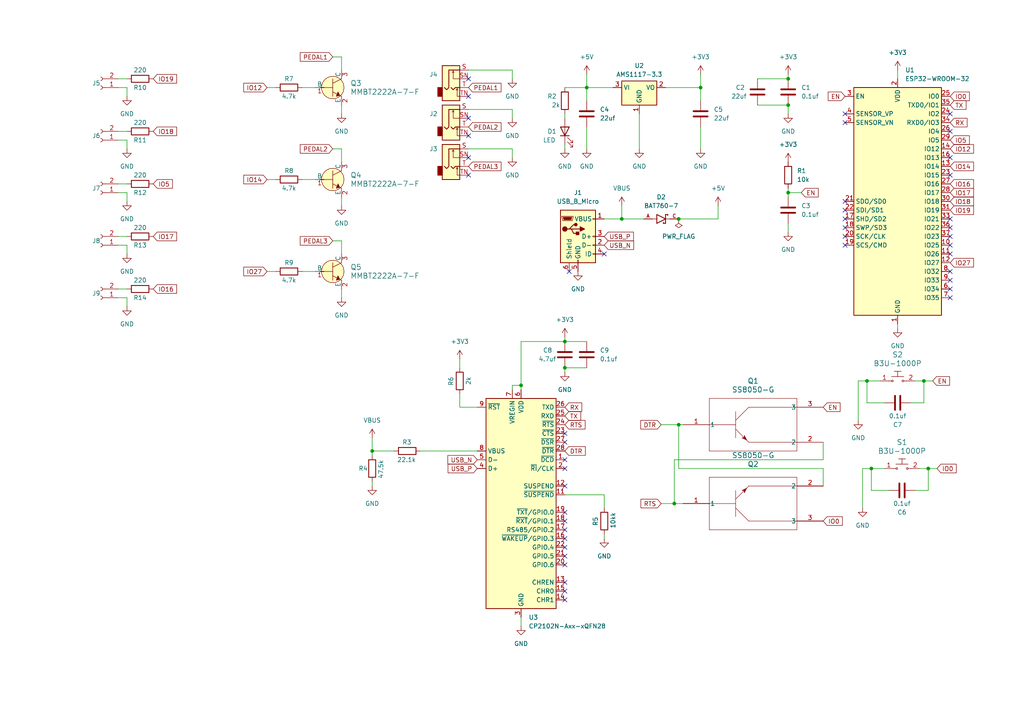
<source format=kicad_sch>
(kicad_sch (version 20230121) (generator eeschema)
  (paper "A4")
  (lib_symbols
    (symbol "2023-11-22_06-58-14:SS8050-G" (pin_names (offset 0.254))
      (property "Reference" "Q" (at 20.32 12.7 0))
      (property "Value" "SS8050-G" (at 20.32 10.16 0))
      (symbol "SS8050-G_0_1"
        (polyline (pts (xy 7.62 -7.62) (xy 33.02 -7.62)) (stroke (width 0.127)))
        (polyline (pts (xy 7.62 0) (xy 15.24 0)) (stroke (width 0.127)))
        (polyline (pts (xy 7.62 7.62) (xy 7.62 -7.62)) (stroke (width 0.127)))
        (polyline (pts (xy 15.24 -1.27) (xy 17.78 -3.81)) (stroke (width 0.127)))
        (polyline (pts (xy 15.24 1.27) (xy 19.05 5.08)) (stroke (width 0.127)))
        (polyline (pts (xy 15.24 3.81) (xy 15.24 -3.81)) (stroke (width 0.127)))
        (polyline (pts (xy 17.145 -3.81) (xy 18.415 -4.445)) (stroke (width 0.127)))
        (polyline (pts (xy 17.78 -3.81) (xy 17.145 -3.81)) (stroke (width 0.127)))
        (polyline (pts (xy 17.78 -3.175) (xy 17.78 -3.81)) (stroke (width 0.127)))
        (polyline (pts (xy 18.415 -4.445) (xy 17.78 -3.175)) (stroke (width 0.127)))
        (polyline (pts (xy 18.415 -4.445) (xy 19.05 -5.08)) (stroke (width 0.127)))
        (polyline (pts (xy 19.05 -5.08) (xy 33.02 -5.08)) (stroke (width 0.127)))
        (polyline (pts (xy 19.05 5.08) (xy 33.02 5.08)) (stroke (width 0.127)))
        (polyline (pts (xy 33.02 -7.62) (xy 33.02 7.62)) (stroke (width 0.127)))
        (polyline (pts (xy 33.02 7.62) (xy 7.62 7.62)) (stroke (width 0.127)))
        (polyline (pts (xy 17.145 -3.81) (xy 17.78 -3.81) (xy 17.78 -3.175) (xy 18.415 -4.445)) (fill (type outline)))
        (pin unspecified line (at 0 0 0) (length 7.62) (name "1") (number "1"))
        (pin unspecified line (at 40.64 -5.08 180) (length 7.62) (name "2") (number "2"))
        (pin unspecified line (at 40.64 5.08 180) (length 7.62) (name "3") (number "3"))
      )
    )
    (symbol "BAT760-7:BAT760-7" (pin_names (offset 1.016))
      (property "Reference" "D" (at -5.08 2.54 0))
      (property "Value" "BAT760-7" (at -5.08 -3.81 0))
      (symbol "BAT760-7_0_0"
        (polyline (pts (xy -2.54 0) (xy -1.27 0)) (stroke (width 0.1524)))
        (polyline (pts (xy -1.27 -1.27) (xy 1.27 0)) (stroke (width 0.254)))
        (polyline (pts (xy -1.27 0) (xy -1.27 -1.27)) (stroke (width 0.254)))
        (polyline (pts (xy -1.27 1.27) (xy -1.27 0)) (stroke (width 0.254)))
        (polyline (pts (xy 0.635 -1.016) (xy 0.635 -1.27)) (stroke (width 0.254)))
        (polyline (pts (xy 1.27 -1.27) (xy 0.635 -1.27)) (stroke (width 0.254)))
        (polyline (pts (xy 1.27 0) (xy -1.27 1.27)) (stroke (width 0.254)))
        (polyline (pts (xy 1.27 0) (xy 1.27 -1.27)) (stroke (width 0.254)))
        (polyline (pts (xy 1.27 1.27) (xy 1.27 0)) (stroke (width 0.254)))
        (polyline (pts (xy 1.905 1.27) (xy 1.27 1.27)) (stroke (width 0.254)))
        (polyline (pts (xy 1.905 1.27) (xy 1.905 1.016)) (stroke (width 0.254)))
        (polyline (pts (xy 2.54 0) (xy 1.27 0)) (stroke (width 0.1524)))
        (pin passive line (at -5.08 0 0) (length 2.54) (name "~") (number "A"))
        (pin passive line (at 5.08 0 180) (length 2.54) (name "~") (number "C"))
      )
    )
    (symbol "Connector:Conn_01x02_Socket" (pin_names (offset 1.016) hide)
      (property "Reference" "J" (at 0 2.54 0))
      (property "Value" "Conn_01x02_Socket" (at 0 -5.08 0))
      (symbol "Conn_01x02_Socket_1_1"
        (arc (start 0 -2.032) (mid -0.5058 -2.54) (end 0 -3.048) (stroke (width 0.1524)))
        (polyline (pts (xy -1.27 -2.54) (xy -0.508 -2.54)) (stroke (width 0.1524)))
        (polyline (pts (xy -1.27 0) (xy -0.508 0)) (stroke (width 0.1524)))
        (arc (start 0 0.508) (mid -0.5058 0) (end 0 -0.508) (stroke (width 0.1524)))
        (pin passive line (at -5.08 0 0) (length 3.81) (name "Pin_1") (number "1"))
        (pin passive line (at -5.08 -2.54 0) (length 3.81) (name "Pin_2") (number "2"))
      )
    )
    (symbol "Connector:USB_B_Micro" (pin_names (offset 1.016))
      (property "Reference" "J" (at -5.08 11.43 0))
      (property "Value" "USB_B_Micro" (at -5.08 8.89 0))
      (symbol "USB_B_Micro_0_1"
        (rectangle (start -5.08 -7.62) (end 5.08 7.62) (stroke (width 0.254)) (fill (type background)))
        (circle (center -3.81 2.159) (radius 0.635) (stroke (width 0.254)) (fill (type outline)))
        (circle (center -0.635 3.429) (radius 0.381) (stroke (width 0.254)) (fill (type outline)))
        (rectangle (start -0.127 -7.62) (end 0.127 -6.858))
        (polyline (pts (xy -1.905 2.159) (xy 0.635 2.159)) (stroke (width 0.254)))
        (polyline (pts (xy -3.175 2.159) (xy -2.54 2.159) (xy -1.27 3.429) (xy -0.635 3.429)) (stroke (width 0.254)))
        (polyline (pts (xy -2.54 2.159) (xy -1.905 2.159) (xy -1.27 0.889) (xy 0 0.889)) (stroke (width 0.254)))
        (polyline (pts (xy 0.635 2.794) (xy 0.635 1.524) (xy 1.905 2.159) (xy 0.635 2.794)) (stroke (width 0.254)) (fill (type outline)))
        (polyline (pts (xy -4.318 5.588) (xy -1.778 5.588) (xy -2.032 4.826) (xy -4.064 4.826) (xy -4.318 5.588)) (fill (type outline)))
        (polyline (pts (xy -4.699 5.842) (xy -4.699 5.588) (xy -4.445 4.826) (xy -4.445 4.572) (xy -1.651 4.572) (xy -1.651 4.826) (xy -1.397 5.588) (xy -1.397 5.842) (xy -4.699 5.842)))
        (rectangle (start 0.254 1.27) (end -0.508 0.508) (stroke (width 0.254)) (fill (type outline)))
        (rectangle (start 5.08 -5.207) (end 4.318 -4.953))
        (rectangle (start 5.08 -2.667) (end 4.318 -2.413))
        (rectangle (start 5.08 -0.127) (end 4.318 0.127))
        (rectangle (start 5.08 4.953) (end 4.318 5.207))
      )
      (symbol "USB_B_Micro_1_1"
        (pin power_out line (at 7.62 5.08 180) (length 2.54) (name "VBUS") (number "1"))
        (pin bidirectional line (at 7.62 -2.54 180) (length 2.54) (name "D-") (number "2"))
        (pin bidirectional line (at 7.62 0 180) (length 2.54) (name "D+") (number "3"))
        (pin passive line (at 7.62 -5.08 180) (length 2.54) (name "ID") (number "4"))
        (pin power_out line (at 0 -10.16 90) (length 2.54) (name "GND") (number "5"))
        (pin passive line (at -2.54 -10.16 90) (length 2.54) (name "Shield") (number "6"))
      )
    )
    (symbol "Connector_Audio:AudioJack2_Switch"
      (property "Reference" "J" (at 0 11.43 0))
      (property "Value" "AudioJack2_Switch" (at 0 8.89 0))
      (symbol "AudioJack2_Switch_0_1"
        (rectangle (start -2.54 0) (end -3.81 -2.54) (stroke (width 0.254)) (fill (type outline)))
        (rectangle (start 2.54 6.35) (end -2.54 -3.81) (stroke (width 0.254)) (fill (type background)))
      )
      (symbol "AudioJack2_Switch_1_1"
        (polyline (pts (xy 0.635 4.826) (xy 0.889 4.318)))
        (polyline (pts (xy 1.778 -0.254) (xy 2.032 -0.762)))
        (polyline (pts (xy 0 0) (xy 0.635 -0.635) (xy 1.27 0) (xy 2.54 0)) (stroke (width 0.254)))
        (polyline (pts (xy 2.54 -2.54) (xy 1.778 -2.54) (xy 1.778 -0.254) (xy 1.524 -0.762)))
        (polyline (pts (xy 2.54 2.54) (xy 0.635 2.54) (xy 0.635 4.826) (xy 0.381 4.318)))
        (polyline (pts (xy 2.54 5.08) (xy -0.635 5.08) (xy -0.635 0) (xy -1.27 -0.635) (xy -1.905 0)) (stroke (width 0.254)))
        (pin passive line (at 5.08 5.08 180) (length 2.54) (name "~") (number "S"))
        (pin passive line (at 5.08 2.54 180) (length 2.54) (name "~") (number "SN"))
        (pin passive line (at 5.08 0 180) (length 2.54) (name "~") (number "T"))
        (pin passive line (at 5.08 -2.54 180) (length 2.54) (name "~") (number "TN"))
      )
    )
    (symbol "Device:C" (pin_numbers hide) (pin_names (offset 0.254))
      (property "Reference" "C" (at 0.635 2.54 0))
      (property "Value" "C" (at 0.635 -2.54 0))
      (symbol "C_0_1"
        (polyline (pts (xy -2.032 -0.762) (xy 2.032 -0.762)) (stroke (width 0.508)))
        (polyline (pts (xy -2.032 0.762) (xy 2.032 0.762)) (stroke (width 0.508)))
      )
      (symbol "C_1_1"
        (pin passive line (at 0 3.81 270) (length 2.794) (name "~") (number "1"))
        (pin passive line (at 0 -3.81 90) (length 2.794) (name "~") (number "2"))
      )
    )
    (symbol "Device:LED" (pin_numbers hide) (pin_names (offset 1.016) hide)
      (property "Reference" "D" (at 0 2.54 0))
      (property "Value" "LED" (at 0 -2.54 0))
      (symbol "LED_0_1"
        (polyline (pts (xy -1.27 -1.27) (xy -1.27 1.27)) (stroke (width 0.254)))
        (polyline (pts (xy -1.27 0) (xy 1.27 0)))
        (polyline (pts (xy 1.27 -1.27) (xy 1.27 1.27) (xy -1.27 0) (xy 1.27 -1.27)) (stroke (width 0.254)))
        (polyline (pts (xy -3.048 -0.762) (xy -4.572 -2.286) (xy -3.81 -2.286) (xy -4.572 -2.286) (xy -4.572 -1.524)))
        (polyline (pts (xy -1.778 -0.762) (xy -3.302 -2.286) (xy -2.54 -2.286) (xy -3.302 -2.286) (xy -3.302 -1.524)))
      )
      (symbol "LED_1_1"
        (pin passive line (at -3.81 0 0) (length 2.54) (name "K") (number "1"))
        (pin passive line (at 3.81 0 180) (length 2.54) (name "A") (number "2"))
      )
    )
    (symbol "Device:R" (pin_numbers hide) (pin_names (offset 0))
      (property "Reference" "R" (at 2.032 0 90))
      (property "Value" "R" (at 0 0 90))
      (symbol "R_0_1"
        (rectangle (start -1.016 -2.54) (end 1.016 2.54) (stroke (width 0.254)))
      )
      (symbol "R_1_1"
        (pin passive line (at 0 3.81 270) (length 1.27) (name "~") (number "1"))
        (pin passive line (at 0 -3.81 90) (length 1.27) (name "~") (number "2"))
      )
    )
    (symbol "Interface_USB:CP2102N-Axx-xQFN28"
      (property "Reference" "U" (at -8.89 31.75 0))
      (property "Value" "CP2102N-Axx-xQFN28" (at 12.7 31.75 0))
      (symbol "CP2102N-Axx-xQFN28_0_1"
        (rectangle (start -10.16 30.48) (end 10.16 -30.48) (stroke (width 0.254)) (fill (type background)))
      )
      (symbol "CP2102N-Axx-xQFN28_1_1"
        (pin input line (at 12.7 12.7 180) (length 2.54) (name "~{DCD}") (number "1"))
        (pin no_connect line (at -10.16 -27.94 0) (length 2.54) hide (name "NC") (number "10"))
        (pin output line (at 12.7 2.54 180) (length 2.54) (name "~{SUSPEND}") (number "11"))
        (pin output line (at 12.7 5.08 180) (length 2.54) (name "SUSPEND") (number "12"))
        (pin output line (at 12.7 -22.86 180) (length 2.54) (name "CHREN") (number "13"))
        (pin output line (at 12.7 -27.94 180) (length 2.54) (name "CHR1") (number "14"))
        (pin output line (at 12.7 -25.4 180) (length 2.54) (name "CHR0") (number "15"))
        (pin bidirectional line (at 12.7 -10.16 180) (length 2.54) (name "~{WAKEUP}/GPIO.3") (number "16"))
        (pin bidirectional line (at 12.7 -7.62 180) (length 2.54) (name "RS485/GPIO.2") (number "17"))
        (pin bidirectional line (at 12.7 -5.08 180) (length 2.54) (name "~{RXT}/GPIO.1") (number "18"))
        (pin bidirectional line (at 12.7 -2.54 180) (length 2.54) (name "~{TXT}/GPIO.0") (number "19"))
        (pin bidirectional line (at 12.7 10.16 180) (length 2.54) (name "~{RI}/CLK") (number "2"))
        (pin bidirectional line (at 12.7 -17.78 180) (length 2.54) (name "GPIO.6") (number "20"))
        (pin bidirectional line (at 12.7 -15.24 180) (length 2.54) (name "GPIO.5") (number "21"))
        (pin bidirectional line (at 12.7 -12.7 180) (length 2.54) (name "GPIO.4") (number "22"))
        (pin input line (at 12.7 20.32 180) (length 2.54) (name "~{CTS}") (number "23"))
        (pin output line (at 12.7 22.86 180) (length 2.54) (name "~{RTS}") (number "24"))
        (pin input line (at 12.7 25.4 180) (length 2.54) (name "RXD") (number "25"))
        (pin output line (at 12.7 27.94 180) (length 2.54) (name "TXD") (number "26"))
        (pin input line (at 12.7 17.78 180) (length 2.54) (name "~{DSR}") (number "27"))
        (pin output line (at 12.7 15.24 180) (length 2.54) (name "~{DTR}") (number "28"))
        (pin passive line (at 0 -33.02 90) (length 2.54) hide (name "GND") (number "29"))
        (pin power_in line (at 0 -33.02 90) (length 2.54) (name "GND") (number "3"))
        (pin bidirectional line (at -12.7 10.16 0) (length 2.54) (name "D+") (number "4"))
        (pin bidirectional line (at -12.7 12.7 0) (length 2.54) (name "D-") (number "5"))
        (pin power_in line (at 0 33.02 270) (length 2.54) (name "VDD") (number "6"))
        (pin power_in line (at -2.54 33.02 270) (length 2.54) (name "VREGIN") (number "7"))
        (pin input line (at -12.7 15.24 0) (length 2.54) (name "VBUS") (number "8"))
        (pin input line (at -12.7 27.94 0) (length 2.54) (name "~{RST}") (number "9"))
      )
    )
    (symbol "RF_Module:ESP32-WROOM-32"
      (property "Reference" "U" (at -12.7 34.29 0))
      (property "Value" "ESP32-WROOM-32" (at 1.27 34.29 0))
      (symbol "ESP32-WROOM-32_0_1"
        (rectangle (start -12.7 33.02) (end 12.7 -33.02) (stroke (width 0.254)) (fill (type background)))
      )
      (symbol "ESP32-WROOM-32_1_1"
        (pin power_in line (at 0 -35.56 90) (length 2.54) (name "GND") (number "1"))
        (pin bidirectional line (at 15.24 -12.7 180) (length 2.54) (name "IO25") (number "10"))
        (pin bidirectional line (at 15.24 -15.24 180) (length 2.54) (name "IO26") (number "11"))
        (pin bidirectional line (at 15.24 -17.78 180) (length 2.54) (name "IO27") (number "12"))
        (pin bidirectional line (at 15.24 10.16 180) (length 2.54) (name "IO14") (number "13"))
        (pin bidirectional line (at 15.24 15.24 180) (length 2.54) (name "IO12") (number "14"))
        (pin passive line (at 0 -35.56 90) (length 2.54) hide (name "GND") (number "15"))
        (pin bidirectional line (at 15.24 12.7 180) (length 2.54) (name "IO13") (number "16"))
        (pin bidirectional line (at -15.24 -5.08 0) (length 2.54) (name "SHD/SD2") (number "17"))
        (pin bidirectional line (at -15.24 -7.62 0) (length 2.54) (name "SWP/SD3") (number "18"))
        (pin bidirectional line (at -15.24 -12.7 0) (length 2.54) (name "SCS/CMD") (number "19"))
        (pin power_in line (at 0 35.56 270) (length 2.54) (name "VDD") (number "2"))
        (pin bidirectional line (at -15.24 -10.16 0) (length 2.54) (name "SCK/CLK") (number "20"))
        (pin bidirectional line (at -15.24 0 0) (length 2.54) (name "SDO/SD0") (number "21"))
        (pin bidirectional line (at -15.24 -2.54 0) (length 2.54) (name "SDI/SD1") (number "22"))
        (pin bidirectional line (at 15.24 7.62 180) (length 2.54) (name "IO15") (number "23"))
        (pin bidirectional line (at 15.24 25.4 180) (length 2.54) (name "IO2") (number "24"))
        (pin bidirectional line (at 15.24 30.48 180) (length 2.54) (name "IO0") (number "25"))
        (pin bidirectional line (at 15.24 20.32 180) (length 2.54) (name "IO4") (number "26"))
        (pin bidirectional line (at 15.24 5.08 180) (length 2.54) (name "IO16") (number "27"))
        (pin bidirectional line (at 15.24 2.54 180) (length 2.54) (name "IO17") (number "28"))
        (pin bidirectional line (at 15.24 17.78 180) (length 2.54) (name "IO5") (number "29"))
        (pin input line (at -15.24 30.48 0) (length 2.54) (name "EN") (number "3"))
        (pin bidirectional line (at 15.24 0 180) (length 2.54) (name "IO18") (number "30"))
        (pin bidirectional line (at 15.24 -2.54 180) (length 2.54) (name "IO19") (number "31"))
        (pin no_connect line (at -12.7 -27.94 0) (length 2.54) hide (name "NC") (number "32"))
        (pin bidirectional line (at 15.24 -5.08 180) (length 2.54) (name "IO21") (number "33"))
        (pin bidirectional line (at 15.24 22.86 180) (length 2.54) (name "RXD0/IO3") (number "34"))
        (pin bidirectional line (at 15.24 27.94 180) (length 2.54) (name "TXD0/IO1") (number "35"))
        (pin bidirectional line (at 15.24 -7.62 180) (length 2.54) (name "IO22") (number "36"))
        (pin bidirectional line (at 15.24 -10.16 180) (length 2.54) (name "IO23") (number "37"))
        (pin passive line (at 0 -35.56 90) (length 2.54) hide (name "GND") (number "38"))
        (pin passive line (at 0 -35.56 90) (length 2.54) hide (name "GND") (number "39"))
        (pin input line (at -15.24 25.4 0) (length 2.54) (name "SENSOR_VP") (number "4"))
        (pin input line (at -15.24 22.86 0) (length 2.54) (name "SENSOR_VN") (number "5"))
        (pin input line (at 15.24 -25.4 180) (length 2.54) (name "IO34") (number "6"))
        (pin input line (at 15.24 -27.94 180) (length 2.54) (name "IO35") (number "7"))
        (pin bidirectional line (at 15.24 -20.32 180) (length 2.54) (name "IO32") (number "8"))
        (pin bidirectional line (at 15.24 -22.86 180) (length 2.54) (name "IO33") (number "9"))
      )
    )
    (symbol "Regulator_Linear:AMS1117-3.3"
      (property "Reference" "U" (at -3.81 3.175 0))
      (property "Value" "AMS1117-3.3" (at 0 3.175 0))
      (symbol "AMS1117-3.3_0_1"
        (rectangle (start -5.08 -5.08) (end 5.08 1.905) (stroke (width 0.254)) (fill (type background)))
      )
      (symbol "AMS1117-3.3_1_1"
        (pin power_in line (at 0 -7.62 90) (length 2.54) (name "GND") (number "1"))
        (pin power_out line (at 7.62 0 180) (length 2.54) (name "VO") (number "2"))
        (pin power_in line (at -7.62 0 0) (length 2.54) (name "VI") (number "3"))
      )
    )
    (symbol "dk_Tactile-Switches:B3U-1000P" (pin_names (offset 1.016))
      (property "Reference" "S" (at 0 4.064 0))
      (property "Value" "B3U-1000P" (at 0 -2.54 0))
      (symbol "B3U-1000P_0_1"
        (circle (center -1.524 0) (radius 0.254))
        (polyline (pts (xy -2.54 0) (xy -1.778 0)))
        (polyline (pts (xy -1.778 1.27) (xy 1.778 1.27)))
        (polyline (pts (xy -1.016 2.794) (xy 1.016 2.794)))
        (polyline (pts (xy 0 1.27) (xy 0 2.794)))
        (polyline (pts (xy 2.54 0) (xy 1.778 0)))
        (circle (center 1.524 0) (radius 0.254))
      )
      (symbol "B3U-1000P_1_1"
        (pin passive line (at -5.08 0 0) (length 2.54) (name "~") (number "1"))
        (pin passive line (at 5.08 0 180) (length 2.54) (name "~") (number "2"))
      )
    )
    (symbol "dk_Transistors-Bipolar-BJT-Single:MMBT2222A-7-F" (pin_names (offset 0))
      (property "Reference" "Q" (at -3.2004 4.2164 0))
      (property "Value" "MMBT2222A-7-F" (at 5.2324 0 90))
      (symbol "MMBT2222A-7-F_0_1"
        (polyline (pts (xy -3.81 0) (xy -2.54 0)))
        (polyline (pts (xy -3.556 0) (xy 0 0)))
        (polyline (pts (xy 0 -1.27) (xy 2.54 -2.54)))
        (polyline (pts (xy 0 1.27) (xy 2.54 2.54)))
        (polyline (pts (xy 0 2.54) (xy 0 -2.54)))
        (polyline (pts (xy 1.524 -1.27) (xy 2.032 -2.286) (xy 1.016 -2.54) (xy 1.524 -1.27)) (fill (type outline)))
        (circle (center 0 0) (radius 3.2512) (fill (type background)))
      )
      (symbol "MMBT2222A-7-F_1_1"
        (pin input line (at -5.08 0 0) (length 2.54) (name "B") (number "1"))
        (pin passive line (at 2.54 -5.08 90) (length 2.54) (name "E") (number "2"))
        (pin passive line (at 2.54 5.08 270) (length 2.54) (name "C") (number "3"))
      )
    )
    (symbol "power:+3V3" (power) (pin_names (offset 0))
      (property "Value" "+3V3" (at 0 3.556 0))
      (symbol "+3V3_0_1"
        (polyline (pts (xy -0.762 1.27) (xy 0 2.54)))
        (polyline (pts (xy 0 0) (xy 0 2.54)))
        (polyline (pts (xy 0 2.54) (xy 0.762 1.27)))
      )
      (symbol "+3V3_1_1"
        (pin power_in line (at 0 0 90) (length 0) hide (name "+3V3") (number "1"))
      )
    )
    (symbol "power:+5V" (power) (pin_names (offset 0))
      (property "Value" "+5V" (at 0 3.556 0))
      (symbol "+5V_0_1"
        (polyline (pts (xy -0.762 1.27) (xy 0 2.54)))
        (polyline (pts (xy 0 0) (xy 0 2.54)))
        (polyline (pts (xy 0 2.54) (xy 0.762 1.27)))
      )
      (symbol "+5V_1_1"
        (pin power_in line (at 0 0 90) (length 0) hide (name "+5V") (number "1"))
      )
    )
    (symbol "power:GND" (power) (pin_names (offset 0))
      (property "Value" "GND" (at 0 -3.81 0))
      (symbol "GND_0_1"
        (polyline (pts (xy 0 0) (xy 0 -1.27) (xy 1.27 -1.27) (xy 0 -2.54) (xy -1.27 -1.27) (xy 0 -1.27)))
      )
      (symbol "GND_1_1"
        (pin power_in line (at 0 0 270) (length 0) hide (name "GND") (number "1"))
      )
    )
    (symbol "power:PWR_FLAG" (power) (pin_numbers hide) (pin_names (offset 0) hide)
      (property "Value" "PWR_FLAG" (at 0 3.81 0))
      (symbol "PWR_FLAG_0_0"
        (pin power_out line (at 0 0 90) (length 0) (name "pwr") (number "1"))
      )
      (symbol "PWR_FLAG_0_1"
        (polyline (pts (xy 0 0) (xy 0 1.27) (xy -1.016 1.905) (xy 0 2.54) (xy 1.016 1.905) (xy 0 1.27)))
      )
    )
    (symbol "power:VBUS" (power) (pin_names (offset 0))
      (property "Value" "VBUS" (at 0 3.81 0))
      (symbol "VBUS_0_1"
        (polyline (pts (xy -0.762 1.27) (xy 0 2.54)))
        (polyline (pts (xy 0 0) (xy 0 2.54)))
        (polyline (pts (xy 0 2.54) (xy 0.762 1.27)))
      )
      (symbol "VBUS_1_1"
        (pin power_in line (at 0 0 90) (length 0) hide (name "VBUS") (number "1"))
      )
    )
  )
  (junction (at 228.6 55.88))
  (junction (at 267.97 110.49))
  (junction (at 252.73 135.89))
  (junction (at 163.83 99.06))
  (junction (at 180.34 63.5))
  (junction (at 269.24 135.89))
  (junction (at 251.46 110.49))
  (junction (at 151.13 111.76))
  (junction (at 107.95 130.81))
  (junction (at 196.85 63.5))
  (junction (at 203.2 25.4))
  (junction (at 196.85 123.19))
  (junction (at 195.58 146.05))
  (junction (at 228.6 30.48))
  (junction (at 170.18 25.4))
  (junction (at 228.6 22.86))
  (junction (at 163.83 106.68))
  (no_connect (at 135.89 50.8))
  (no_connect (at 245.11 58.42))
  (no_connect (at 245.11 35.56))
  (no_connect (at 135.89 34.29))
  (no_connect (at 275.59 38.1))
  (no_connect (at 163.83 161.29))
  (no_connect (at 163.83 168.91))
  (no_connect (at 163.83 163.83))
  (no_connect (at 275.59 71.12))
  (no_connect (at 245.11 33.02))
  (no_connect (at 175.26 73.66))
  (no_connect (at 135.89 22.86))
  (no_connect (at 245.11 60.96))
  (no_connect (at 163.83 125.73))
  (no_connect (at 163.83 171.45))
  (no_connect (at 245.11 68.58))
  (no_connect (at 275.59 83.82))
  (no_connect (at 163.83 135.89))
  (no_connect (at 275.59 50.8))
  (no_connect (at 163.83 148.59))
  (no_connect (at 163.83 153.67))
  (no_connect (at 135.89 39.37))
  (no_connect (at 275.59 45.72))
  (no_connect (at 245.11 66.04))
  (no_connect (at 275.59 33.02))
  (no_connect (at 275.59 66.04))
  (no_connect (at 165.1 78.74))
  (no_connect (at 163.83 133.35))
  (no_connect (at 163.83 173.99))
  (no_connect (at 163.83 156.21))
  (no_connect (at 275.59 78.74))
  (no_connect (at 135.89 27.94))
  (no_connect (at 275.59 68.58))
  (no_connect (at 245.11 71.12))
  (no_connect (at 275.59 86.36))
  (no_connect (at 275.59 63.5))
  (no_connect (at 275.59 73.66))
  (no_connect (at 163.83 158.75))
  (no_connect (at 163.83 128.27))
  (no_connect (at 245.11 63.5))
  (no_connect (at 163.83 151.13))
  (no_connect (at 135.89 45.72))
  (no_connect (at 275.59 81.28))
  (no_connect (at 163.83 140.97))
  (wire (pts (xy 121.92 130.81) (xy 138.43 130.81)))
  (wire (pts (xy 203.2 25.4) (xy 203.2 29.21)))
  (wire (pts (xy 251.46 110.49) (xy 248.92 110.49)))
  (wire (pts (xy 34.29 83.82) (xy 36.83 83.82)))
  (wire (pts (xy 177.8 25.4) (xy 170.18 25.4)))
  (wire (pts (xy 107.95 130.81) (xy 114.3 130.81)))
  (wire (pts (xy 34.29 40.64) (xy 36.83 40.64)))
  (wire (pts (xy 175.26 63.5) (xy 180.34 63.5)))
  (wire (pts (xy 196.85 63.5) (xy 208.28 63.5)))
  (wire (pts (xy 34.29 55.88) (xy 36.83 55.88)))
  (wire (pts (xy 170.18 36.83) (xy 170.18 43.18)))
  (wire (pts (xy 228.6 21.59) (xy 228.6 22.86)))
  (wire (pts (xy 170.18 21.59) (xy 170.18 25.4)))
  (wire (pts (xy 260.35 20.32) (xy 260.35 22.86)))
  (wire (pts (xy 77.47 78.74) (xy 80.01 78.74)))
  (wire (pts (xy 203.2 36.83) (xy 203.2 43.18)))
  (wire (pts (xy 185.42 33.02) (xy 185.42 43.18)))
  (wire (pts (xy 87.63 78.74) (xy 91.44 78.74)))
  (wire (pts (xy 252.73 135.89) (xy 256.54 135.89)))
  (wire (pts (xy 228.6 54.61) (xy 228.6 55.88)))
  (wire (pts (xy 191.77 146.05) (xy 195.58 146.05)))
  (wire (pts (xy 163.83 34.29) (xy 163.83 33.02)))
  (wire (pts (xy 170.18 25.4) (xy 170.18 29.21)))
  (wire (pts (xy 87.63 25.4) (xy 91.44 25.4)))
  (wire (pts (xy 219.71 22.86) (xy 228.6 22.86)))
  (wire (pts (xy 163.83 43.18) (xy 163.83 41.91)))
  (wire (pts (xy 36.83 25.4) (xy 36.83 27.94)))
  (wire (pts (xy 148.59 20.32) (xy 148.59 22.86)))
  (wire (pts (xy 148.59 111.76) (xy 151.13 111.76)))
  (wire (pts (xy 238.76 128.27) (xy 238.76 133.35)))
  (wire (pts (xy 163.83 99.06) (xy 151.13 99.06)))
  (wire (pts (xy 77.47 25.4) (xy 80.01 25.4)))
  (wire (pts (xy 238.76 135.89) (xy 238.76 140.97)))
  (wire (pts (xy 34.29 25.4) (xy 36.83 25.4)))
  (wire (pts (xy 36.83 71.12) (xy 36.83 73.66)))
  (wire (pts (xy 99.06 69.85) (xy 99.06 73.66)))
  (wire (pts (xy 208.28 63.5) (xy 208.28 59.69)))
  (wire (pts (xy 266.7 135.89) (xy 269.24 135.89)))
  (wire (pts (xy 99.06 83.82) (xy 99.06 86.36)))
  (wire (pts (xy 133.35 104.14) (xy 133.35 106.68)))
  (wire (pts (xy 170.18 25.4) (xy 163.83 25.4)))
  (wire (pts (xy 195.58 146.05) (xy 198.12 146.05)))
  (wire (pts (xy 34.29 71.12) (xy 36.83 71.12)))
  (wire (pts (xy 175.26 154.94) (xy 175.26 156.21)))
  (wire (pts (xy 251.46 110.49) (xy 255.27 110.49)))
  (wire (pts (xy 77.47 52.07) (xy 80.01 52.07)))
  (wire (pts (xy 34.29 22.86) (xy 36.83 22.86)))
  (wire (pts (xy 34.29 38.1) (xy 36.83 38.1)))
  (wire (pts (xy 228.6 55.88) (xy 228.6 57.15)))
  (wire (pts (xy 191.77 123.19) (xy 196.85 123.19)))
  (wire (pts (xy 195.58 133.35) (xy 238.76 133.35)))
  (wire (pts (xy 265.43 110.49) (xy 267.97 110.49)))
  (wire (pts (xy 180.34 63.5) (xy 186.69 63.5)))
  (wire (pts (xy 193.04 25.4) (xy 203.2 25.4)))
  (wire (pts (xy 250.19 135.89) (xy 250.19 147.32)))
  (wire (pts (xy 267.97 110.49) (xy 267.97 116.84)))
  (wire (pts (xy 195.58 146.05) (xy 195.58 133.35)))
  (wire (pts (xy 180.34 59.69) (xy 180.34 63.5)))
  (wire (pts (xy 135.89 43.18) (xy 148.59 43.18)))
  (wire (pts (xy 135.89 31.75) (xy 148.59 31.75)))
  (wire (pts (xy 269.24 142.24) (xy 265.43 142.24)))
  (wire (pts (xy 252.73 142.24) (xy 252.73 135.89)))
  (wire (pts (xy 133.35 118.11) (xy 138.43 118.11)))
  (wire (pts (xy 163.83 106.68) (xy 170.18 106.68)))
  (wire (pts (xy 248.92 110.49) (xy 248.92 121.92)))
  (wire (pts (xy 196.85 123.19) (xy 196.85 135.89)))
  (wire (pts (xy 107.95 127) (xy 107.95 130.81)))
  (wire (pts (xy 36.83 40.64) (xy 36.83 43.18)))
  (wire (pts (xy 99.06 30.48) (xy 99.06 33.02)))
  (wire (pts (xy 219.71 30.48) (xy 228.6 30.48)))
  (wire (pts (xy 96.52 43.18) (xy 99.06 43.18)))
  (wire (pts (xy 228.6 64.77) (xy 228.6 67.31)))
  (wire (pts (xy 260.35 93.98) (xy 260.35 95.25)))
  (wire (pts (xy 148.59 111.76) (xy 148.59 113.03)))
  (wire (pts (xy 87.63 52.07) (xy 91.44 52.07)))
  (wire (pts (xy 228.6 55.88) (xy 232.41 55.88)))
  (wire (pts (xy 151.13 111.76) (xy 151.13 113.03)))
  (wire (pts (xy 151.13 179.07) (xy 151.13 181.61)))
  (wire (pts (xy 96.52 69.85) (xy 99.06 69.85)))
  (wire (pts (xy 163.83 99.06) (xy 170.18 99.06)))
  (wire (pts (xy 256.54 116.84) (xy 251.46 116.84)))
  (wire (pts (xy 269.24 135.89) (xy 269.24 142.24)))
  (wire (pts (xy 203.2 21.59) (xy 203.2 25.4)))
  (wire (pts (xy 251.46 116.84) (xy 251.46 110.49)))
  (wire (pts (xy 163.83 97.79) (xy 163.83 99.06)))
  (wire (pts (xy 269.24 135.89) (xy 271.78 135.89)))
  (wire (pts (xy 151.13 99.06) (xy 151.13 111.76)))
  (wire (pts (xy 148.59 43.18) (xy 148.59 45.72)))
  (wire (pts (xy 99.06 16.51) (xy 99.06 20.32)))
  (wire (pts (xy 96.52 16.51) (xy 99.06 16.51)))
  (wire (pts (xy 34.29 53.34) (xy 36.83 53.34)))
  (wire (pts (xy 34.29 68.58) (xy 36.83 68.58)))
  (wire (pts (xy 34.29 86.36) (xy 36.83 86.36)))
  (wire (pts (xy 99.06 57.15) (xy 99.06 59.69)))
  (wire (pts (xy 107.95 139.7) (xy 107.95 140.97)))
  (wire (pts (xy 175.26 143.51) (xy 175.26 147.32)))
  (wire (pts (xy 257.81 142.24) (xy 252.73 142.24)))
  (wire (pts (xy 163.83 106.68) (xy 163.83 107.95)))
  (wire (pts (xy 36.83 55.88) (xy 36.83 58.42)))
  (wire (pts (xy 99.06 43.18) (xy 99.06 46.99)))
  (wire (pts (xy 107.95 130.81) (xy 107.95 132.08)))
  (wire (pts (xy 135.89 20.32) (xy 148.59 20.32)))
  (wire (pts (xy 196.85 135.89) (xy 238.76 135.89)))
  (wire (pts (xy 196.85 123.19) (xy 198.12 123.19)))
  (wire (pts (xy 228.6 30.48) (xy 228.6 33.02)))
  (wire (pts (xy 267.97 110.49) (xy 270.51 110.49)))
  (wire (pts (xy 163.83 143.51) (xy 175.26 143.51)))
  (wire (pts (xy 267.97 116.84) (xy 264.16 116.84)))
  (wire (pts (xy 36.83 86.36) (xy 36.83 88.9)))
  (wire (pts (xy 252.73 135.89) (xy 250.19 135.89)))
  (wire (pts (xy 133.35 114.3) (xy 133.35 118.11)))
  (wire (pts (xy 148.59 31.75) (xy 148.59 34.29)))
  (global_label "RX" (shape input) (at 163.83 118.11 0) (property "Intersheetrefs" "${INTERSHEET_REFS}" (effects hide)))
  (global_label "USB_N" (shape input) (at 175.26 71.12 0) (property "Intersheetrefs" "${INTERSHEET_REFS}" (effects hide)))
  (global_label "IO12" (shape input) (at 77.47 25.4 180) (property "Intersheetrefs" "${INTERSHEET_REFS}" (effects hide)))
  (global_label "IO0" (shape input) (at 275.59 27.94 0) (property "Intersheetrefs" "${INTERSHEET_REFS}" (effects hide)))
  (global_label "EN" (shape input) (at 270.51 110.49 0) (property "Intersheetrefs" "${INTERSHEET_REFS}" (effects hide)))
  (global_label "IO18" (shape input) (at 275.59 58.42 0) (property "Intersheetrefs" "${INTERSHEET_REFS}" (effects hide)))
  (global_label "PEDAL1" (shape input) (at 135.89 25.4 0) (property "Intersheetrefs" "${INTERSHEET_REFS}" (effects hide)))
  (global_label "IO0" (shape input) (at 238.76 151.13 0) (property "Intersheetrefs" "${INTERSHEET_REFS}" (effects hide)))
  (global_label "IO17" (shape input) (at 275.59 55.88 0) (property "Intersheetrefs" "${INTERSHEET_REFS}" (effects hide)))
  (global_label "DTR" (shape input) (at 163.83 130.81 0) (property "Intersheetrefs" "${INTERSHEET_REFS}" (effects hide)))
  (global_label "IO14" (shape input) (at 77.47 52.07 180) (property "Intersheetrefs" "${INTERSHEET_REFS}" (effects hide)))
  (global_label "IO5" (shape input) (at 275.59 40.64 0) (property "Intersheetrefs" "${INTERSHEET_REFS}" (effects hide)))
  (global_label "TX" (shape input) (at 163.83 120.65 0) (property "Intersheetrefs" "${INTERSHEET_REFS}" (effects hide)))
  (global_label "IO27" (shape input) (at 275.59 76.2 0) (property "Intersheetrefs" "${INTERSHEET_REFS}" (effects hide)))
  (global_label "USB_P" (shape input) (at 138.43 135.89 180) (property "Intersheetrefs" "${INTERSHEET_REFS}" (effects hide)))
  (global_label "PEDAL2" (shape input) (at 96.52 43.18 180) (property "Intersheetrefs" "${INTERSHEET_REFS}" (effects hide)))
  (global_label "PEDAL1" (shape input) (at 96.52 16.51 180) (property "Intersheetrefs" "${INTERSHEET_REFS}" (effects hide)))
  (global_label "IO16" (shape input) (at 44.45 83.82 0) (property "Intersheetrefs" "${INTERSHEET_REFS}" (effects hide)))
  (global_label "IO12" (shape input) (at 275.59 43.18 0) (property "Intersheetrefs" "${INTERSHEET_REFS}" (effects hide)))
  (global_label "IO16" (shape input) (at 275.59 53.34 0) (property "Intersheetrefs" "${INTERSHEET_REFS}" (effects hide)))
  (global_label "RX" (shape input) (at 275.59 35.56 0) (property "Intersheetrefs" "${INTERSHEET_REFS}" (effects hide)))
  (global_label "EN" (shape input) (at 238.76 118.11 0) (property "Intersheetrefs" "${INTERSHEET_REFS}" (effects hide)))
  (global_label "RTS" (shape input) (at 191.77 146.05 180) (property "Intersheetrefs" "${INTERSHEET_REFS}" (effects hide)))
  (global_label "IO18" (shape input) (at 44.45 38.1 0) (property "Intersheetrefs" "${INTERSHEET_REFS}" (effects hide)))
  (global_label "TX" (shape input) (at 275.59 30.48 0) (property "Intersheetrefs" "${INTERSHEET_REFS}" (effects hide)))
  (global_label "IO17" (shape input) (at 44.45 68.58 0) (property "Intersheetrefs" "${INTERSHEET_REFS}" (effects hide)))
  (global_label "RTS" (shape input) (at 163.83 123.19 0) (property "Intersheetrefs" "${INTERSHEET_REFS}" (effects hide)))
  (global_label "IO14" (shape input) (at 275.59 48.26 0) (property "Intersheetrefs" "${INTERSHEET_REFS}" (effects hide)))
  (global_label "IO27" (shape input) (at 77.47 78.74 180) (property "Intersheetrefs" "${INTERSHEET_REFS}" (effects hide)))
  (global_label "DTR" (shape input) (at 191.77 123.19 180) (property "Intersheetrefs" "${INTERSHEET_REFS}" (effects hide)))
  (global_label "EN" (shape input) (at 232.41 55.88 0) (property "Intersheetrefs" "${INTERSHEET_REFS}" (effects hide)))
  (global_label "IO19" (shape input) (at 44.45 22.86 0) (property "Intersheetrefs" "${INTERSHEET_REFS}" (effects hide)))
  (global_label "IO19" (shape input) (at 275.59 60.96 0) (property "Intersheetrefs" "${INTERSHEET_REFS}" (effects hide)))
  (global_label "IO5" (shape input) (at 44.45 53.34 0) (property "Intersheetrefs" "${INTERSHEET_REFS}" (effects hide)))
  (global_label "USB_N" (shape input) (at 138.43 133.35 180) (property "Intersheetrefs" "${INTERSHEET_REFS}" (effects hide)))
  (global_label "PEDAL3" (shape input) (at 96.52 69.85 180) (property "Intersheetrefs" "${INTERSHEET_REFS}" (effects hide)))
  (global_label "IO0" (shape input) (at 271.78 135.89 0) (property "Intersheetrefs" "${INTERSHEET_REFS}" (effects hide)))
  (global_label "PEDAL3" (shape input) (at 135.89 48.26 0) (property "Intersheetrefs" "${INTERSHEET_REFS}" (effects hide)))
  (global_label "EN" (shape input) (at 245.11 27.94 180) (property "Intersheetrefs" "${INTERSHEET_REFS}" (effects hide)))
  (global_label "PEDAL2" (shape input) (at 135.89 36.83 0) (property "Intersheetrefs" "${INTERSHEET_REFS}" (effects hide)))
  (global_label "USB_P" (shape input) (at 175.26 68.58 0) (property "Intersheetrefs" "${INTERSHEET_REFS}" (effects hide)))
  (symbol (lib_id "power:+3V3") (at 203.2 21.59 0) (unit 1)
    (property "Reference" "#PWR011" (effects hide))
    (property "Value" "+3V3" (at 203.2 16.51 0))
  )
  (symbol (lib_id "Device:R") (at 228.6 50.8 0) (unit 1)
    (property "Reference" "R1" (at 231.14 49.53 0) (effects (justify left)))
    (property "Value" "10k" (at 231.14 52.07 0) (effects (justify left)))
    (property "Footprint" "Resistor_SMD:R_0402_1005Metric" (effects hide))
  )
  (symbol (lib_id "Device:C") (at 261.62 142.24 90) (unit 1)
    (property "Reference" "C6" (at 261.62 148.59 90))
    (property "Value" "0.1uf" (at 261.62 146.05 90))
    (property "Footprint" "Capacitor_SMD:C_0402_1005Metric" (effects hide))
  )
  (symbol (lib_id "power:GND") (at 36.83 27.94 0) (unit 1)
    (property "Reference" "#PWR031" (effects hide))
    (property "Value" "GND" (at 36.83 33.02 0))
  )
  (symbol (lib_id "2023-11-22_06-58-14:SS8050-G") (at 198.12 123.19 0) (unit 1)
    (property "Reference" "Q1" (at 218.44 110.49 0) (effects (font (size 1.524 1.524))))
    (property "Value" "SS8050-G" (at 218.44 113.03 0) (effects (font (size 1.524 1.524))))
    (property "Footprint" "footprints:TRAN_SS8050-G_CIP" (effects hide))
    (property "Datasheet" "SS8050-G" (effects hide))
  )
  (symbol (lib_id "power:+3V3") (at 163.83 97.79 0) (unit 1)
    (property "Reference" "#PWR016" (effects hide))
    (property "Value" "+3V3" (at 163.83 92.71 0))
  )
  (symbol (lib_id "Device:C") (at 163.83 102.87 0) (unit 1)
    (property "Reference" "C8" (at 157.48 101.6 0) (effects (justify left)))
    (property "Value" "4.7uf" (at 156.21 104.14 0) (effects (justify left)))
    (property "Footprint" "Capacitor_SMD:C_0402_1005Metric" (effects hide))
  )
  (symbol (lib_id "power:GND") (at 107.95 140.97 0) (unit 1)
    (property "Reference" "#PWR018" (effects hide))
    (property "Value" "GND" (at 107.95 146.05 0))
  )
  (symbol (lib_id "Device:R") (at 83.82 78.74 90) (unit 1)
    (property "Reference" "R9" (at 83.82 76.2 90))
    (property "Value" "4.7k" (at 83.82 81.28 90))
    (property "Footprint" "Resistor_SMD:R_0402_1005Metric" (effects hide))
  )
  (symbol (lib_id "power:+3V3") (at 260.35 20.32 0) (unit 1)
    (property "Reference" "#PWR02" (effects hide))
    (property "Value" "+3V3" (at 260.35 15.24 0))
  )
  (symbol (lib_id "power:GND") (at 148.59 34.29 0) (unit 1)
    (property "Reference" "#PWR026" (effects hide))
    (property "Value" "GND" (at 148.59 39.37 0))
  )
  (symbol (lib_id "Connector:Conn_01x02_Socket") (at 29.21 55.88 180) (unit 1)
    (property "Reference" "J7" (at 27.94 54.61 0))
    (property "Value" "Conn_01x02_Socket" (effects hide))
    (property "Footprint" "Connector_Wire:SolderWire-0.5sqmm_1x02_P4.6mm_D0.9mm_OD2.1mm" (effects hide))
  )
  (symbol (lib_id "power:GND") (at 36.83 73.66 0) (unit 1)
    (property "Reference" "#PWR034" (effects hide))
    (property "Value" "GND" (at 36.83 78.74 0))
  )
  (symbol (lib_id "power:GND") (at 99.06 86.36 0) (unit 1)
    (property "Reference" "#PWR030" (effects hide))
    (property "Value" "GND" (at 99.06 91.44 0))
  )
  (symbol (lib_id "Connector:Conn_01x02_Socket") (at 29.21 86.36 180) (unit 1)
    (property "Reference" "J9" (at 27.94 85.09 0))
    (property "Value" "Conn_01x02_Socket" (effects hide))
    (property "Footprint" "Connector_Wire:SolderWire-0.5sqmm_1x02_P4.6mm_D0.9mm_OD2.1mm" (effects hide))
  )
  (symbol (lib_id "Device:R") (at 40.64 38.1 90) (unit 1)
    (property "Reference" "R11" (at 40.64 40.64 90))
    (property "Value" "220" (at 40.64 35.56 90))
    (property "Footprint" "Resistor_SMD:R_0402_1005Metric" (effects hide))
  )
  (symbol (lib_id "power:GND") (at 203.2 43.18 0) (unit 1)
    (property "Reference" "#PWR08" (effects hide))
    (property "Value" "GND" (at 203.2 48.26 0))
  )
  (symbol (lib_id "power:GND") (at 99.06 59.69 0) (unit 1)
    (property "Reference" "#PWR029" (effects hide))
    (property "Value" "GND" (at 99.06 64.77 0))
  )
  (symbol (lib_id "dk_Tactile-Switches:B3U-1000P") (at 260.35 110.49 0) (unit 1)
    (property "Reference" "S2" (at 260.35 102.87 0) (effects (font (size 1.524 1.524))))
    (property "Value" "B3U-1000P" (at 260.35 105.41 0) (effects (font (size 1.524 1.524))))
    (property "Footprint" "Button_Switch_SMD:SW_Push_1P1T_XKB_TS-1187A" (effects hide))
    (property "Datasheet" "https://omronfs.omron.com/en_US/ecb/products/pdf/en-b3u.pdf" (effects hide))
    (property "Digi-Key_PN" "SW1020CT-ND" (effects hide))
    (property "MPN" "B3U-1000P" (effects hide))
    (property "Category" "Switches" (effects hide))
    (property "Family" "Tactile Switches" (effects hide))
    (property "DK_Datasheet_Link" "https://omronfs.omron.com/en_US/ecb/products/pdf/en-b3u.pdf" (effects hide))
    (property "DK_Detail_Page" "/product-detail/en/omron-electronics-inc-emc-div/B3U-1000P/SW1020CT-ND/1534357" (effects hide))
    (property "Description" "SWITCH TACTILE SPST-NO 0.05A 12V" (effects hide))
    (property "Manufacturer" "Omron Electronics Inc-EMC Div" (effects hide))
    (property "Status" "Active" (effects hide))
  )
  (symbol (lib_id "power:GND") (at 36.83 43.18 0) (unit 1)
    (property "Reference" "#PWR032" (effects hide))
    (property "Value" "GND" (at 36.83 48.26 0))
  )
  (symbol (lib_id "power:GND") (at 36.83 58.42 0) (unit 1)
    (property "Reference" "#PWR033" (effects hide))
    (property "Value" "GND" (at 36.83 63.5 0))
  )
  (symbol (lib_id "Device:R") (at 118.11 130.81 90) (unit 1)
    (property "Reference" "R3" (at 119.38 128.27 90) (effects (justify left)))
    (property "Value" "22.1k" (at 120.65 133.35 90) (effects (justify left)))
    (property "Footprint" "Resistor_SMD:R_0402_1005Metric" (effects hide))
  )
  (symbol (lib_id "dk_Transistors-Bipolar-BJT-Single:MMBT2222A-7-F") (at 96.52 52.07 0) (unit 1)
    (property "Reference" "Q4" (at 101.6 50.8 0) (effects (font (size 1.524 1.524)) (justify left)))
    (property "Value" "MMBT2222A-7-F" (at 101.6 53.34 0) (effects (font (size 1.524 1.524)) (justify left)))
    (property "Footprint" "digikey-footprints:SOT-23-3" (effects hide))
    (property "Datasheet" "https://www.diodes.com/assets/Datasheets/ds30041.pdf" (effects hide))
    (property "Digi-Key_PN" "MMBT2222A-FDICT-ND" (effects hide))
    (property "MPN" "MMBT2222A-7-F" (effects hide))
    (property "Category" "Discrete Semiconductor Products" (effects hide))
    (property "Family" "Transistors - Bipolar (BJT) - Single" (effects hide))
    (property "DK_Datasheet_Link" "https://www.diodes.com/assets/Datasheets/ds30041.pdf" (effects hide))
    (property "DK_Detail_Page" "/product-detail/en/diodes-incorporated/MMBT2222A-7-F/MMBT2222A-FDICT-ND/815723" (effects hide))
    (property "Description" "TRANS NPN 40V 0.6A SMD SOT23-3" (effects hide))
    (property "Manufacturer" "Diodes Incorporated" (effects hide))
    (property "Status" "Active" (effects hide))
  )
  (symbol (lib_id "Device:R") (at 40.64 53.34 90) (unit 1)
    (property "Reference" "R12" (at 40.64 55.88 90))
    (property "Value" "220" (at 40.64 50.8 90))
    (property "Footprint" "Resistor_SMD:R_0402_1005Metric" (effects hide))
  )
  (symbol (lib_id "Device:C") (at 219.71 26.67 0) (unit 1)
    (property "Reference" "C2" (at 213.36 25.4 0) (effects (justify left)))
    (property "Value" "22uf" (at 212.09 27.94 0) (effects (justify left)))
    (property "Footprint" "Capacitor_SMD:C_0603_1608Metric" (effects hide))
  )
  (symbol (lib_id "power:VBUS") (at 180.34 59.69 0) (unit 1)
    (property "Reference" "#PWR024" (effects hide))
    (property "Value" "VBUS" (at 180.34 54.61 0))
  )
  (symbol (lib_id "Regulator_Linear:AMS1117-3.3") (at 185.42 25.4 0) (unit 1)
    (property "Reference" "U2" (at 185.42 19.05 0))
    (property "Value" "AMS1117-3.3" (at 185.42 21.59 0))
    (property "Footprint" "Package_TO_SOT_SMD:SOT-223-3_TabPin2" (effects hide))
    (property "Datasheet" "http://www.advanced-monolithic.com/pdf/ds1117.pdf" (effects hide))
  )
  (symbol (lib_id "power:GND") (at 260.35 95.25 0) (unit 1)
    (property "Reference" "#PWR01" (effects hide))
    (property "Value" "GND" (at 260.35 100.33 0))
  )
  (symbol (lib_id "Device:R") (at 133.35 110.49 180) (unit 1)
    (property "Reference" "R6" (at 130.81 109.22 90) (effects (justify left)))
    (property "Value" "2k" (at 135.89 109.22 90) (effects (justify left)))
    (property "Footprint" "Resistor_SMD:R_0402_1005Metric" (effects hide))
  )
  (symbol (lib_id "Device:R") (at 40.64 22.86 90) (unit 1)
    (property "Reference" "R10" (at 40.64 25.4 90))
    (property "Value" "220" (at 40.64 20.32 90))
    (property "Footprint" "Resistor_SMD:R_0402_1005Metric" (effects hide))
  )
  (symbol (lib_id "power:GND") (at 170.18 43.18 0) (unit 1)
    (property "Reference" "#PWR09" (effects hide))
    (property "Value" "GND" (at 170.18 48.26 0))
  )
  (symbol (lib_id "Device:LED") (at 163.83 38.1 90) (unit 1)
    (property "Reference" "D1" (at 158.75 38.1 90) (effects (justify right)))
    (property "Value" "LED" (at 157.48 40.64 90) (effects (justify right)))
    (property "Footprint" "LED_SMD:LED_0603_1608Metric" (effects hide))
  )
  (symbol (lib_id "power:GND") (at 167.64 78.74 0) (unit 1)
    (property "Reference" "#PWR022" (effects hide))
    (property "Value" "GND" (at 167.64 83.82 0))
  )
  (symbol (lib_id "Connector_Audio:AudioJack2_Switch") (at 130.81 36.83 0) (unit 1)
    (property "Reference" "J2" (at 125.73 33.02 0))
    (property "Value" "AudioJack2_Switch" (effects hide))
    (property "Footprint" "Connector_Audio:Jack_6.35mm_Neutrik_NMJ4HCD2_Horizontal" (effects hide))
  )
  (symbol (lib_id "Device:C") (at 203.2 33.02 0) (unit 1)
    (property "Reference" "C5" (at 207.01 31.75 0) (effects (justify left)))
    (property "Value" "22uf" (at 207.01 34.29 0) (effects (justify left)))
    (property "Footprint" "Capacitor_SMD:C_0603_1608Metric" (effects hide))
  )
  (symbol (lib_id "Connector_Audio:AudioJack2_Switch") (at 130.81 25.4 0) (unit 1)
    (property "Reference" "J4" (at 125.73 21.59 0))
    (property "Value" "AudioJack2_Switch" (effects hide))
    (property "Footprint" "Connector_Audio:Jack_6.35mm_Neutrik_NMJ4HCD2_Horizontal" (effects hide))
  )
  (symbol (lib_id "Connector_Audio:AudioJack2_Switch") (at 130.81 48.26 0) (unit 1)
    (property "Reference" "J3" (at 125.73 43.18 0))
    (property "Value" "AudioJack2_Switch" (effects hide))
    (property "Footprint" "Connector_Audio:Jack_6.35mm_Neutrik_NMJ4HCD2_Horizontal" (effects hide))
  )
  (symbol (lib_id "BAT760-7:BAT760-7") (at 191.77 63.5 0) (unit 1)
    (property "Reference" "D2" (at 191.77 57.15 0))
    (property "Value" "BAT760-7" (at 191.77 59.69 0))
    (property "Footprint" "BAT760_7 (2):SOD2513X120N" (effects hide))
    (property "PARTREV" "9-2" (effects hide))
    (property "MANUFACTURER" "DIODES" (effects hide))
    (property "MAXIMUM_PACKAGE_HEIGHT" "1.20mm" (effects hide))
    (property "STANDARD" "IPC-7351B" (effects hide))
  )
  (symbol (lib_id "power:GND") (at 148.59 45.72 0) (unit 1)
    (property "Reference" "#PWR027" (effects hide))
    (property "Value" "GND" (at 148.59 50.8 0))
  )
  (symbol (lib_id "dk_Transistors-Bipolar-BJT-Single:MMBT2222A-7-F") (at 96.52 25.4 0) (unit 1)
    (property "Reference" "Q3" (at 101.6 24.13 0) (effects (font (size 1.524 1.524)) (justify left)))
    (property "Value" "MMBT2222A-7-F" (at 101.6 26.67 0) (effects (font (size 1.524 1.524)) (justify left)))
    (property "Footprint" "digikey-footprints:SOT-23-3" (effects hide))
    (property "Datasheet" "https://www.diodes.com/assets/Datasheets/ds30041.pdf" (effects hide))
    (property "Digi-Key_PN" "MMBT2222A-FDICT-ND" (effects hide))
    (property "MPN" "MMBT2222A-7-F" (effects hide))
    (property "Category" "Discrete Semiconductor Products" (effects hide))
    (property "Family" "Transistors - Bipolar (BJT) - Single" (effects hide))
    (property "DK_Datasheet_Link" "https://www.diodes.com/assets/Datasheets/ds30041.pdf" (effects hide))
    (property "DK_Detail_Page" "/product-detail/en/diodes-incorporated/MMBT2222A-7-F/MMBT2222A-FDICT-ND/815723" (effects hide))
    (property "Description" "TRANS NPN 40V 0.6A SMD SOT23-3" (effects hide))
    (property "Manufacturer" "Diodes Incorporated" (effects hide))
    (property "Status" "Active" (effects hide))
  )
  (symbol (lib_id "RF_Module:ESP32-WROOM-32") (at 260.35 58.42 0) (unit 1)
    (property "Reference" "U1" (at 262.5441 20.32 0) (effects (justify left)))
    (property "Value" "ESP32-WROOM-32" (at 262.5441 22.86 0) (effects (justify left)))
    (property "Footprint" "RF_Module:ESP32-WROOM-32" (effects hide))
    (property "Datasheet" "https://www.espressif.com/sites/default/files/documentation/esp32-wroom-32_datasheet_en.pdf" (effects hide))
  )
  (symbol (lib_id "power:+3V3") (at 228.6 46.99 0) (unit 1)
    (property "Reference" "#PWR05" (effects hide))
    (property "Value" "+3V3" (at 228.6 41.91 0))
  )
  (symbol (lib_id "Connector:USB_B_Micro") (at 167.64 68.58 0) (unit 1)
    (property "Reference" "J1" (at 167.64 55.88 0))
    (property "Value" "USB_B_Micro" (at 167.64 58.42 0))
    (property "Footprint" "Connector_USB:USB_Micro-B_Molex_47346-0001" (effects hide))
  )
  (symbol (lib_id "Device:R") (at 83.82 25.4 90) (unit 1)
    (property "Reference" "R7" (at 83.82 22.86 90))
    (property "Value" "4.7k" (at 83.82 27.94 90))
    (property "Footprint" "Resistor_SMD:R_0402_1005Metric" (effects hide))
  )
  (symbol (lib_id "power:+3V3") (at 133.35 104.14 0) (unit 1)
    (property "Reference" "#PWR021" (effects hide))
    (property "Value" "+3V3" (at 133.35 99.06 0))
  )
  (symbol (lib_id "Device:R") (at 83.82 52.07 90) (unit 1)
    (property "Reference" "R8" (at 83.82 49.53 90))
    (property "Value" "4.7k" (at 83.82 54.61 90))
    (property "Footprint" "Resistor_SMD:R_0402_1005Metric" (effects hide))
  )
  (symbol (lib_id "Connector:Conn_01x02_Socket") (at 29.21 71.12 180) (unit 1)
    (property "Reference" "J8" (at 27.94 69.85 0))
    (property "Value" "Conn_01x02_Socket" (effects hide))
    (property "Footprint" "Connector_Wire:SolderWire-0.5sqmm_1x02_P4.6mm_D0.9mm_OD2.1mm" (effects hide))
  )
  (symbol (lib_id "power:+3V3") (at 228.6 21.59 0) (unit 1)
    (property "Reference" "#PWR03" (effects hide))
    (property "Value" "+3V3" (at 228.6 16.51 0))
  )
  (symbol (lib_id "Device:R") (at 163.83 29.21 0) (unit 1)
    (property "Reference" "R2" (at 158.75 27.94 0) (effects (justify left)))
    (property "Value" "2k" (at 160.02 30.48 0) (effects (justify left)))
    (property "Footprint" "Resistor_SMD:R_0402_1005Metric" (effects hide))
  )
  (symbol (lib_id "power:GND") (at 36.83 88.9 0) (unit 1)
    (property "Reference" "#PWR035" (effects hide))
    (property "Value" "GND" (at 36.83 93.98 0))
  )
  (symbol (lib_id "power:GND") (at 163.83 107.95 0) (unit 1)
    (property "Reference" "#PWR017" (effects hide))
    (property "Value" "GND" (at 163.83 113.03 0))
  )
  (symbol (lib_id "power:GND") (at 148.59 22.86 0) (unit 1)
    (property "Reference" "#PWR025" (effects hide))
    (property "Value" "GND" (at 148.59 27.94 0))
  )
  (symbol (lib_id "Connector:Conn_01x02_Socket") (at 29.21 25.4 180) (unit 1)
    (property "Reference" "J5" (at 27.94 24.13 0))
    (property "Value" "Conn_01x02_Socket" (effects hide))
    (property "Footprint" "Connector_Wire:SolderWire-0.5sqmm_1x02_P4.6mm_D0.9mm_OD2.1mm" (effects hide))
  )
  (symbol (lib_id "dk_Tactile-Switches:B3U-1000P") (at 261.62 135.89 0) (unit 1)
    (property "Reference" "S1" (at 261.62 128.27 0) (effects (font (size 1.524 1.524))))
    (property "Value" "B3U-1000P" (at 261.62 130.81 0) (effects (font (size 1.524 1.524))))
    (property "Footprint" "Button_Switch_SMD:SW_Push_1P1T_XKB_TS-1187A" (effects hide))
    (property "Datasheet" "https://omronfs.omron.com/en_US/ecb/products/pdf/en-b3u.pdf" (effects hide))
    (property "Digi-Key_PN" "SW1020CT-ND" (effects hide))
    (property "MPN" "B3U-1000P" (effects hide))
    (property "Category" "Switches" (effects hide))
    (property "Family" "Tactile Switches" (effects hide))
    (property "DK_Datasheet_Link" "https://omronfs.omron.com/en_US/ecb/products/pdf/en-b3u.pdf" (effects hide))
    (property "DK_Detail_Page" "/product-detail/en/omron-electronics-inc-emc-div/B3U-1000P/SW1020CT-ND/1534357" (effects hide))
    (property "Description" "SWITCH TACTILE SPST-NO 0.05A 12V" (effects hide))
    (property "Manufacturer" "Omron Electronics Inc-EMC Div" (effects hide))
    (property "Status" "Active" (effects hide))
  )
  (symbol (lib_id "power:GND") (at 250.19 147.32 0) (unit 1)
    (property "Reference" "#PWR013" (effects hide))
    (property "Value" "GND" (at 250.19 152.4 0))
  )
  (symbol (lib_id "Interface_USB:CP2102N-Axx-xQFN28") (at 151.13 146.05 0) (unit 1)
    (property "Reference" "U3" (at 153.3241 179.07 0) (effects (justify left)))
    (property "Value" "CP2102N-Axx-xQFN28" (at 153.3241 181.61 0) (effects (justify left)))
    (property "Footprint" "Package_DFN_QFN:QFN-28-1EP_5x5mm_P0.5mm_EP3.35x3.35mm" (effects hide))
    (property "Datasheet" "https://www.silabs.com/documents/public/data-sheets/cp2102n-datasheet.pdf" (effects hide))
  )
  (symbol (lib_id "Device:C") (at 228.6 26.67 0) (unit 1)
    (property "Reference" "C1" (at 232.41 25.4 0) (effects (justify left)))
    (property "Value" "0.1uf" (at 232.41 27.94 0) (effects (justify left)))
    (property "Footprint" "Capacitor_SMD:C_0402_1005Metric" (effects hide))
  )
  (symbol (lib_id "power:+5V") (at 170.18 21.59 0) (unit 1)
    (property "Reference" "#PWR012" (effects hide))
    (property "Value" "+5V" (at 170.18 16.51 0))
  )
  (symbol (lib_id "power:GND") (at 185.42 43.18 0) (unit 1)
    (property "Reference" "#PWR07" (effects hide))
    (property "Value" "GND" (at 185.42 48.26 0))
  )
  (symbol (lib_id "Device:C") (at 170.18 102.87 0) (unit 1)
    (property "Reference" "C9" (at 173.99 101.6 0) (effects (justify left)))
    (property "Value" "0.1uf" (at 173.99 104.14 0) (effects (justify left)))
    (property "Footprint" "Capacitor_SMD:C_0402_1005Metric" (effects hide))
  )
  (symbol (lib_id "2023-11-22_06-58-14:SS8050-G") (at 198.12 146.05 0) (mirror x) (unit 1)
    (property "Reference" "Q2" (at 218.44 134.62 0) (effects (font (size 1.524 1.524))))
    (property "Value" "SS8050-G" (at 218.44 132.08 0) (effects (font (size 1.524 1.524))))
    (property "Footprint" "footprints:TRAN_SS8050-G_CIP" (effects hide))
    (property "Datasheet" "SS8050-G" (effects hide))
  )
  (symbol (lib_id "Device:C") (at 170.18 33.02 0) (unit 1)
    (property "Reference" "C4" (at 173.99 31.75 0) (effects (justify left)))
    (property "Value" "22uf" (at 173.99 34.29 0) (effects (justify left)))
    (property "Footprint" "Capacitor_SMD:C_0603_1608Metric" (effects hide))
  )
  (symbol (lib_id "power:GND") (at 151.13 181.61 0) (unit 1)
    (property "Reference" "#PWR020" (effects hide))
    (property "Value" "GND" (at 151.13 186.69 0))
  )
  (symbol (lib_id "power:VBUS") (at 107.95 127 0) (unit 1)
    (property "Reference" "#PWR015" (effects hide))
    (property "Value" "VBUS" (at 107.95 121.92 0))
  )
  (symbol (lib_id "Device:R") (at 107.95 135.89 180) (unit 1)
    (property "Reference" "R4" (at 106.68 135.89 0) (effects (justify left)))
    (property "Value" "47.5k" (at 110.49 133.35 90) (effects (justify left)))
    (property "Footprint" "Resistor_SMD:R_0402_1005Metric" (effects hide))
  )
  (symbol (lib_id "Device:R") (at 175.26 151.13 180) (unit 1)
    (property "Reference" "R5" (at 172.72 149.86 90) (effects (justify left)))
    (property "Value" "10kk" (at 177.8 148.59 90) (effects (justify left)))
    (property "Footprint" "Resistor_SMD:R_0402_1005Metric" (effects hide))
  )
  (symbol (lib_id "Connector:Conn_01x02_Socket") (at 29.21 40.64 180) (unit 1)
    (property "Reference" "J6" (at 27.94 39.37 0))
    (property "Value" "Conn_01x02_Socket" (effects hide))
    (property "Footprint" "Connector_Wire:SolderWire-0.5sqmm_1x02_P4.6mm_D0.9mm_OD2.1mm" (effects hide))
  )
  (symbol (lib_id "Device:C") (at 260.35 116.84 90) (unit 1)
    (property "Reference" "C7" (at 260.35 123.19 90))
    (property "Value" "0.1uf" (at 260.35 120.65 90))
    (property "Footprint" "Capacitor_SMD:C_0402_1005Metric" (effects hide))
  )
  (symbol (lib_id "power:GND") (at 175.26 156.21 0) (unit 1)
    (property "Reference" "#PWR019" (effects hide))
    (property "Value" "GND" (at 175.26 161.29 0))
  )
  (symbol (lib_id "power:PWR_FLAG") (at 196.85 63.5 180) (unit 1)
    (property "Reference" "#FLG01" (effects hide))
    (property "Value" "PWR_FLAG" (at 196.85 68.58 0))
  )
  (symbol (lib_id "power:GND") (at 99.06 33.02 0) (unit 1)
    (property "Reference" "#PWR028" (effects hide))
    (property "Value" "GND" (at 99.06 38.1 0))
  )
  (symbol (lib_id "power:GND") (at 228.6 67.31 0) (unit 1)
    (property "Reference" "#PWR06" (effects hide))
    (property "Value" "GND" (at 228.6 72.39 0))
  )
  (symbol (lib_id "Device:R") (at 40.64 68.58 90) (unit 1)
    (property "Reference" "R13" (at 40.64 71.12 90))
    (property "Value" "220" (at 40.64 66.04 90))
    (property "Footprint" "Resistor_SMD:R_0402_1005Metric" (effects hide))
  )
  (symbol (lib_id "Device:C") (at 228.6 60.96 0) (unit 1)
    (property "Reference" "C3" (at 232.41 59.69 0) (effects (justify left)))
    (property "Value" "0.1uf" (at 232.41 62.23 0) (effects (justify left)))
    (property "Footprint" "Capacitor_SMD:C_0402_1005Metric" (effects hide))
  )
  (symbol (lib_id "Device:R") (at 40.64 83.82 90) (unit 1)
    (property "Reference" "R14" (at 40.64 86.36 90))
    (property "Value" "220" (at 40.64 81.28 90))
    (property "Footprint" "Resistor_SMD:R_0402_1005Metric" (effects hide))
  )
  (symbol (lib_id "power:GND") (at 228.6 33.02 0) (unit 1)
    (property "Reference" "#PWR04" (effects hide))
    (property "Value" "GND" (at 228.6 38.1 0))
  )
  (symbol (lib_id "power:+5V") (at 208.28 59.69 0) (unit 1)
    (property "Reference" "#PWR023" (effects hide))
    (property "Value" "+5V" (at 208.28 54.61 0))
  )
  (symbol (lib_id "power:GND") (at 163.83 43.18 0) (unit 1)
    (property "Reference" "#PWR010" (effects hide))
    (property "Value" "GND" (at 163.83 48.26 0))
  )
  (symbol (lib_id "dk_Transistors-Bipolar-BJT-Single:MMBT2222A-7-F") (at 96.52 78.74 0) (unit 1)
    (property "Reference" "Q5" (at 101.6 77.47 0) (effects (font (size 1.524 1.524)) (justify left)))
    (property "Value" "MMBT2222A-7-F" (at 101.6 80.01 0) (effects (font (size 1.524 1.524)) (justify left)))
    (property "Footprint" "digikey-footprints:SOT-23-3" (effects hide))
    (property "Datasheet" "https://www.diodes.com/assets/Datasheets/ds30041.pdf" (effects hide))
    (property "Digi-Key_PN" "MMBT2222A-FDICT-ND" (effects hide))
    (property "MPN" "MMBT2222A-7-F" (effects hide))
    (property "Category" "Discrete Semiconductor Products" (effects hide))
    (property "Family" "Transistors - Bipolar (BJT) - Single" (effects hide))
    (property "DK_Datasheet_Link" "https://www.diodes.com/assets/Datasheets/ds30041.pdf" (effects hide))
    (property "DK_Detail_Page" "/product-detail/en/diodes-incorporated/MMBT2222A-7-F/MMBT2222A-FDICT-ND/815723" (effects hide))
    (property "Description" "TRANS NPN 40V 0.6A SMD SOT23-3" (effects hide))
    (property "Manufacturer" "Diodes Incorporated" (effects hide))
    (property "Status" "Active" (effects hide))
  )
  (symbol (lib_id "power:GND") (at 248.92 121.92 0) (unit 1)
    (property "Reference" "#PWR014" (effects hide))
    (property "Value" "GND" (at 248.92 127 0))
  )
)
</source>
